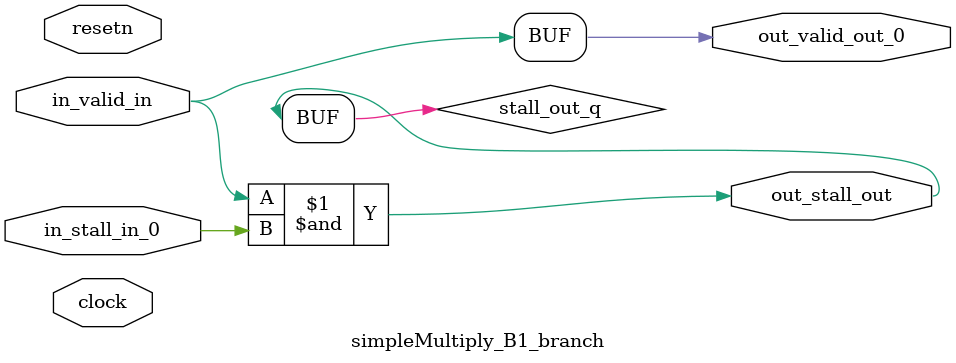
<source format=sv>



(* altera_attribute = "-name AUTO_SHIFT_REGISTER_RECOGNITION OFF; -name MESSAGE_DISABLE 10036; -name MESSAGE_DISABLE 10037; -name MESSAGE_DISABLE 14130; -name MESSAGE_DISABLE 14320; -name MESSAGE_DISABLE 15400; -name MESSAGE_DISABLE 14130; -name MESSAGE_DISABLE 10036; -name MESSAGE_DISABLE 12020; -name MESSAGE_DISABLE 12030; -name MESSAGE_DISABLE 12010; -name MESSAGE_DISABLE 12110; -name MESSAGE_DISABLE 14320; -name MESSAGE_DISABLE 13410; -name MESSAGE_DISABLE 113007; -name MESSAGE_DISABLE 10958" *)
module simpleMultiply_B1_branch (
    input wire [0:0] in_stall_in_0,
    input wire [0:0] in_valid_in,
    output wire [0:0] out_stall_out,
    output wire [0:0] out_valid_out_0,
    input wire clock,
    input wire resetn
    );

    wire [0:0] stall_out_q;


    // stall_out(LOGICAL,6)
    assign stall_out_q = in_valid_in & in_stall_in_0;

    // out_stall_out(GPOUT,4)
    assign out_stall_out = stall_out_q;

    // out_valid_out_0(GPOUT,5)
    assign out_valid_out_0 = in_valid_in;

endmodule

</source>
